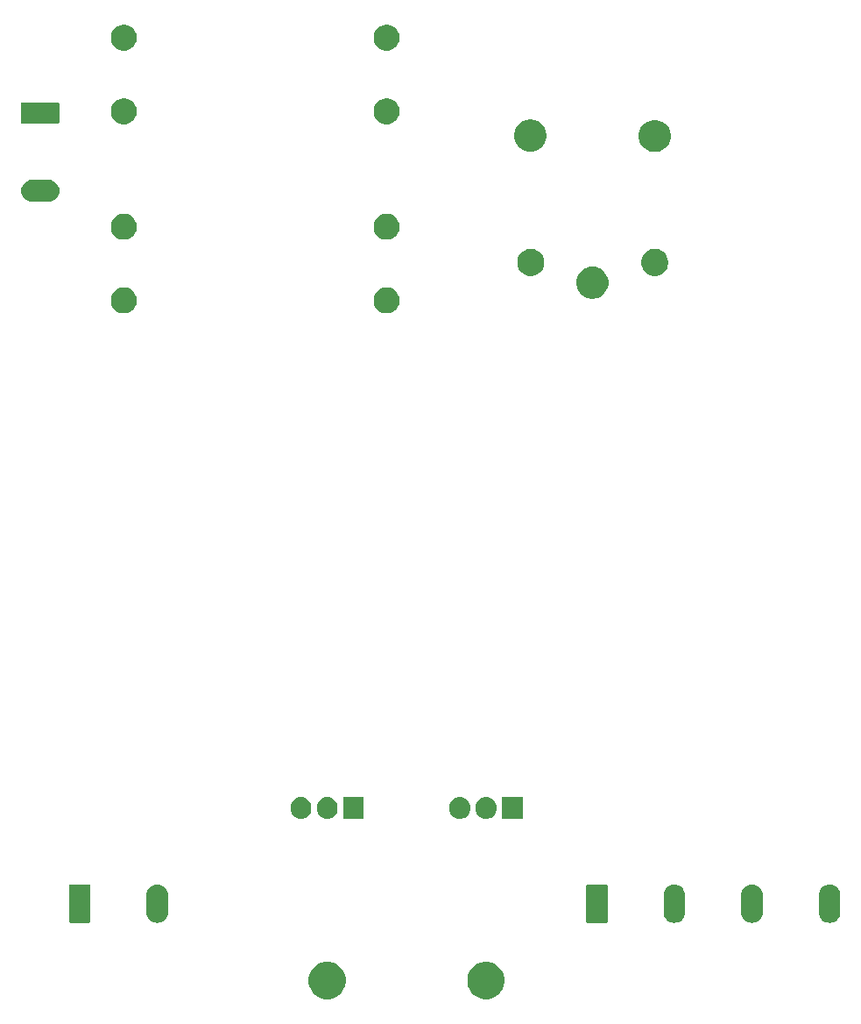
<source format=gbr>
G04 #@! TF.GenerationSoftware,KiCad,Pcbnew,(5.1.5)-3*
G04 #@! TF.CreationDate,2020-08-04T21:29:25-03:00*
G04 #@! TF.ProjectId,TSAL,5453414c-2e6b-4696-9361-645f70636258,rev?*
G04 #@! TF.SameCoordinates,Original*
G04 #@! TF.FileFunction,Soldermask,Bot*
G04 #@! TF.FilePolarity,Negative*
%FSLAX46Y46*%
G04 Gerber Fmt 4.6, Leading zero omitted, Abs format (unit mm)*
G04 Created by KiCad (PCBNEW (5.1.5)-3) date 2020-08-04 21:29:25*
%MOMM*%
%LPD*%
G04 APERTURE LIST*
%ADD10C,0.100000*%
G04 APERTURE END LIST*
D10*
G36*
X182808431Y-145890611D02*
G01*
X183136192Y-146026374D01*
X183431170Y-146223472D01*
X183682028Y-146474330D01*
X183879126Y-146769308D01*
X184014889Y-147097069D01*
X184084100Y-147445016D01*
X184084100Y-147799784D01*
X184014889Y-148147731D01*
X183879126Y-148475492D01*
X183682028Y-148770470D01*
X183431170Y-149021328D01*
X183136192Y-149218426D01*
X182808431Y-149354189D01*
X182460484Y-149423400D01*
X182105716Y-149423400D01*
X181757769Y-149354189D01*
X181430008Y-149218426D01*
X181135030Y-149021328D01*
X180884172Y-148770470D01*
X180687074Y-148475492D01*
X180551311Y-148147731D01*
X180482100Y-147799784D01*
X180482100Y-147445016D01*
X180551311Y-147097069D01*
X180687074Y-146769308D01*
X180884172Y-146474330D01*
X181135030Y-146223472D01*
X181430008Y-146026374D01*
X181757769Y-145890611D01*
X182105716Y-145821400D01*
X182460484Y-145821400D01*
X182808431Y-145890611D01*
G37*
G36*
X167454131Y-145890611D02*
G01*
X167781892Y-146026374D01*
X168076870Y-146223472D01*
X168327728Y-146474330D01*
X168524826Y-146769308D01*
X168660589Y-147097069D01*
X168729800Y-147445016D01*
X168729800Y-147799784D01*
X168660589Y-148147731D01*
X168524826Y-148475492D01*
X168327728Y-148770470D01*
X168076870Y-149021328D01*
X167781892Y-149218426D01*
X167454131Y-149354189D01*
X167106184Y-149423400D01*
X166751416Y-149423400D01*
X166403469Y-149354189D01*
X166075708Y-149218426D01*
X165780730Y-149021328D01*
X165529872Y-148770470D01*
X165332774Y-148475492D01*
X165197011Y-148147731D01*
X165127800Y-147799784D01*
X165127800Y-147445016D01*
X165197011Y-147097069D01*
X165332774Y-146769308D01*
X165529872Y-146474330D01*
X165780730Y-146223472D01*
X166075708Y-146026374D01*
X166403469Y-145890611D01*
X166751416Y-145821400D01*
X167106184Y-145821400D01*
X167454131Y-145890611D01*
G37*
G36*
X150708031Y-138372207D02*
G01*
X150906145Y-138432305D01*
X150906148Y-138432306D01*
X150960872Y-138461557D01*
X151088729Y-138529897D01*
X151248765Y-138661235D01*
X151380103Y-138821271D01*
X151380104Y-138821273D01*
X151477694Y-139003851D01*
X151477694Y-139003852D01*
X151477695Y-139003854D01*
X151537793Y-139201968D01*
X151553000Y-139356370D01*
X151553000Y-141059630D01*
X151537793Y-141214032D01*
X151477695Y-141412146D01*
X151477694Y-141412149D01*
X151425939Y-141508975D01*
X151380103Y-141594729D01*
X151248765Y-141754765D01*
X151088729Y-141886103D01*
X151019976Y-141922852D01*
X150906149Y-141983694D01*
X150906146Y-141983695D01*
X150708032Y-142043793D01*
X150502000Y-142064085D01*
X150295969Y-142043793D01*
X150097855Y-141983695D01*
X150097852Y-141983694D01*
X149984025Y-141922852D01*
X149915272Y-141886103D01*
X149755236Y-141754765D01*
X149623898Y-141594729D01*
X149589904Y-141531130D01*
X149526305Y-141412146D01*
X149466207Y-141214033D01*
X149451000Y-141059631D01*
X149451000Y-139356370D01*
X149466207Y-139201971D01*
X149466207Y-139201969D01*
X149526305Y-139003855D01*
X149526306Y-139003852D01*
X149561521Y-138937970D01*
X149623897Y-138821271D01*
X149755235Y-138661235D01*
X149915271Y-138529897D01*
X150043127Y-138461557D01*
X150097851Y-138432306D01*
X150097854Y-138432305D01*
X150295968Y-138372207D01*
X150502000Y-138351915D01*
X150708031Y-138372207D01*
G37*
G36*
X200695231Y-138372207D02*
G01*
X200893345Y-138432305D01*
X200893348Y-138432306D01*
X200948072Y-138461557D01*
X201075929Y-138529897D01*
X201235965Y-138661235D01*
X201367303Y-138821271D01*
X201367304Y-138821273D01*
X201464894Y-139003851D01*
X201464894Y-139003852D01*
X201464895Y-139003854D01*
X201524993Y-139201968D01*
X201540200Y-139356370D01*
X201540200Y-141059630D01*
X201524993Y-141214032D01*
X201464895Y-141412146D01*
X201464894Y-141412149D01*
X201413139Y-141508975D01*
X201367303Y-141594729D01*
X201235965Y-141754765D01*
X201075929Y-141886103D01*
X201007176Y-141922852D01*
X200893349Y-141983694D01*
X200893346Y-141983695D01*
X200695232Y-142043793D01*
X200489200Y-142064085D01*
X200283169Y-142043793D01*
X200085055Y-141983695D01*
X200085052Y-141983694D01*
X199971225Y-141922852D01*
X199902472Y-141886103D01*
X199742436Y-141754765D01*
X199611098Y-141594729D01*
X199577104Y-141531130D01*
X199513505Y-141412146D01*
X199453407Y-141214033D01*
X199438200Y-141059631D01*
X199438200Y-139356370D01*
X199453407Y-139201971D01*
X199453407Y-139201969D01*
X199513505Y-139003855D01*
X199513506Y-139003852D01*
X199548721Y-138937970D01*
X199611097Y-138821271D01*
X199742435Y-138661235D01*
X199902471Y-138529897D01*
X200030327Y-138461557D01*
X200085051Y-138432306D01*
X200085054Y-138432305D01*
X200283168Y-138372207D01*
X200489200Y-138351915D01*
X200695231Y-138372207D01*
G37*
G36*
X208195231Y-138372207D02*
G01*
X208393345Y-138432305D01*
X208393348Y-138432306D01*
X208448072Y-138461557D01*
X208575929Y-138529897D01*
X208735965Y-138661235D01*
X208867303Y-138821271D01*
X208867304Y-138821273D01*
X208964894Y-139003851D01*
X208964894Y-139003852D01*
X208964895Y-139003854D01*
X209024993Y-139201968D01*
X209040200Y-139356370D01*
X209040200Y-141059630D01*
X209024993Y-141214032D01*
X208964895Y-141412146D01*
X208964894Y-141412149D01*
X208913139Y-141508975D01*
X208867303Y-141594729D01*
X208735965Y-141754765D01*
X208575929Y-141886103D01*
X208507176Y-141922852D01*
X208393349Y-141983694D01*
X208393346Y-141983695D01*
X208195232Y-142043793D01*
X207989200Y-142064085D01*
X207783169Y-142043793D01*
X207585055Y-141983695D01*
X207585052Y-141983694D01*
X207471225Y-141922852D01*
X207402472Y-141886103D01*
X207242436Y-141754765D01*
X207111098Y-141594729D01*
X207077104Y-141531130D01*
X207013505Y-141412146D01*
X206953407Y-141214033D01*
X206938200Y-141059631D01*
X206938200Y-139356370D01*
X206953407Y-139201971D01*
X206953407Y-139201969D01*
X207013505Y-139003855D01*
X207013506Y-139003852D01*
X207048721Y-138937970D01*
X207111097Y-138821271D01*
X207242435Y-138661235D01*
X207402471Y-138529897D01*
X207530327Y-138461557D01*
X207585051Y-138432306D01*
X207585054Y-138432305D01*
X207783168Y-138372207D01*
X207989200Y-138351915D01*
X208195231Y-138372207D01*
G37*
G36*
X215695231Y-138372207D02*
G01*
X215893345Y-138432305D01*
X215893348Y-138432306D01*
X215948072Y-138461557D01*
X216075929Y-138529897D01*
X216235965Y-138661235D01*
X216367303Y-138821271D01*
X216367304Y-138821273D01*
X216464894Y-139003851D01*
X216464894Y-139003852D01*
X216464895Y-139003854D01*
X216524993Y-139201968D01*
X216540200Y-139356370D01*
X216540200Y-141059630D01*
X216524993Y-141214032D01*
X216464895Y-141412146D01*
X216464894Y-141412149D01*
X216413139Y-141508975D01*
X216367303Y-141594729D01*
X216235965Y-141754765D01*
X216075929Y-141886103D01*
X216007176Y-141922852D01*
X215893349Y-141983694D01*
X215893346Y-141983695D01*
X215695232Y-142043793D01*
X215489200Y-142064085D01*
X215283169Y-142043793D01*
X215085055Y-141983695D01*
X215085052Y-141983694D01*
X214971225Y-141922852D01*
X214902472Y-141886103D01*
X214742436Y-141754765D01*
X214611098Y-141594729D01*
X214577104Y-141531130D01*
X214513505Y-141412146D01*
X214453407Y-141214033D01*
X214438200Y-141059631D01*
X214438200Y-139356370D01*
X214453407Y-139201971D01*
X214453407Y-139201969D01*
X214513505Y-139003855D01*
X214513506Y-139003852D01*
X214548721Y-138937970D01*
X214611097Y-138821271D01*
X214742435Y-138661235D01*
X214902471Y-138529897D01*
X215030327Y-138461557D01*
X215085051Y-138432306D01*
X215085054Y-138432305D01*
X215283168Y-138372207D01*
X215489200Y-138351915D01*
X215695231Y-138372207D01*
G37*
G36*
X193904052Y-138360840D02*
G01*
X193935643Y-138370423D01*
X193964757Y-138385985D01*
X193990274Y-138406926D01*
X194011215Y-138432443D01*
X194026777Y-138461557D01*
X194036360Y-138493148D01*
X194040200Y-138532140D01*
X194040200Y-141883860D01*
X194036360Y-141922852D01*
X194026777Y-141954443D01*
X194011215Y-141983557D01*
X193990274Y-142009074D01*
X193964757Y-142030015D01*
X193935643Y-142045577D01*
X193904052Y-142055160D01*
X193865060Y-142059000D01*
X192113340Y-142059000D01*
X192074348Y-142055160D01*
X192042757Y-142045577D01*
X192013643Y-142030015D01*
X191988126Y-142009074D01*
X191967185Y-141983557D01*
X191951623Y-141954443D01*
X191942040Y-141922852D01*
X191938200Y-141883860D01*
X191938200Y-138532140D01*
X191942040Y-138493148D01*
X191951623Y-138461557D01*
X191967185Y-138432443D01*
X191988126Y-138406926D01*
X192013643Y-138385985D01*
X192042757Y-138370423D01*
X192074348Y-138360840D01*
X192113340Y-138357000D01*
X193865060Y-138357000D01*
X193904052Y-138360840D01*
G37*
G36*
X143916852Y-138360840D02*
G01*
X143948443Y-138370423D01*
X143977557Y-138385985D01*
X144003074Y-138406926D01*
X144024015Y-138432443D01*
X144039577Y-138461557D01*
X144049160Y-138493148D01*
X144053000Y-138532140D01*
X144053000Y-141883860D01*
X144049160Y-141922852D01*
X144039577Y-141954443D01*
X144024015Y-141983557D01*
X144003074Y-142009074D01*
X143977557Y-142030015D01*
X143948443Y-142045577D01*
X143916852Y-142055160D01*
X143877860Y-142059000D01*
X142126140Y-142059000D01*
X142087148Y-142055160D01*
X142055557Y-142045577D01*
X142026443Y-142030015D01*
X142000926Y-142009074D01*
X141979985Y-141983557D01*
X141964423Y-141954443D01*
X141954840Y-141922852D01*
X141951000Y-141883860D01*
X141951000Y-138532140D01*
X141954840Y-138493148D01*
X141964423Y-138461557D01*
X141979985Y-138432443D01*
X142000926Y-138406926D01*
X142026443Y-138385985D01*
X142055557Y-138370423D01*
X142087148Y-138360840D01*
X142126140Y-138357000D01*
X143877860Y-138357000D01*
X143916852Y-138360840D01*
G37*
G36*
X179939820Y-129925920D02*
G01*
X180128981Y-129983301D01*
X180303312Y-130076483D01*
X180456115Y-130201885D01*
X180581517Y-130354688D01*
X180625282Y-130436567D01*
X180674698Y-130529017D01*
X180674699Y-130529020D01*
X180732080Y-130718181D01*
X180746600Y-130865607D01*
X180746600Y-131059194D01*
X180732080Y-131206620D01*
X180674699Y-131395781D01*
X180581517Y-131570112D01*
X180456115Y-131722915D01*
X180303312Y-131848317D01*
X180221433Y-131892082D01*
X180128983Y-131941498D01*
X180128980Y-131941499D01*
X179939819Y-131998880D01*
X179743100Y-132018255D01*
X179546380Y-131998880D01*
X179357219Y-131941499D01*
X179182888Y-131848317D01*
X179030085Y-131722915D01*
X178904683Y-131570112D01*
X178860918Y-131488233D01*
X178811502Y-131395783D01*
X178811501Y-131395780D01*
X178754120Y-131206619D01*
X178739600Y-131059193D01*
X178739600Y-130865606D01*
X178754120Y-130718180D01*
X178811501Y-130529019D01*
X178904683Y-130354688D01*
X179030085Y-130201885D01*
X179182888Y-130076483D01*
X179357220Y-129983301D01*
X179546381Y-129925920D01*
X179743100Y-129906545D01*
X179939820Y-129925920D01*
G37*
G36*
X164585520Y-129925920D02*
G01*
X164774681Y-129983301D01*
X164949012Y-130076483D01*
X165101815Y-130201885D01*
X165227217Y-130354688D01*
X165270982Y-130436567D01*
X165320398Y-130529017D01*
X165320399Y-130529020D01*
X165377780Y-130718181D01*
X165392300Y-130865607D01*
X165392300Y-131059194D01*
X165377780Y-131206620D01*
X165320399Y-131395781D01*
X165227217Y-131570112D01*
X165101815Y-131722915D01*
X164949012Y-131848317D01*
X164867133Y-131892082D01*
X164774683Y-131941498D01*
X164774680Y-131941499D01*
X164585519Y-131998880D01*
X164388800Y-132018255D01*
X164192080Y-131998880D01*
X164002919Y-131941499D01*
X163828588Y-131848317D01*
X163675785Y-131722915D01*
X163550383Y-131570112D01*
X163506618Y-131488233D01*
X163457202Y-131395783D01*
X163457201Y-131395780D01*
X163399820Y-131206619D01*
X163385300Y-131059193D01*
X163385300Y-130865606D01*
X163399820Y-130718180D01*
X163457201Y-130529019D01*
X163550383Y-130354688D01*
X163675785Y-130201885D01*
X163828588Y-130076483D01*
X164002920Y-129983301D01*
X164192081Y-129925920D01*
X164388800Y-129906545D01*
X164585520Y-129925920D01*
G37*
G36*
X167125520Y-129925920D02*
G01*
X167314681Y-129983301D01*
X167489012Y-130076483D01*
X167641815Y-130201885D01*
X167767217Y-130354688D01*
X167810982Y-130436567D01*
X167860398Y-130529017D01*
X167860399Y-130529020D01*
X167917780Y-130718181D01*
X167932300Y-130865607D01*
X167932300Y-131059194D01*
X167917780Y-131206620D01*
X167860399Y-131395781D01*
X167767217Y-131570112D01*
X167641815Y-131722915D01*
X167489012Y-131848317D01*
X167407133Y-131892082D01*
X167314683Y-131941498D01*
X167314680Y-131941499D01*
X167125519Y-131998880D01*
X166928800Y-132018255D01*
X166732080Y-131998880D01*
X166542919Y-131941499D01*
X166368588Y-131848317D01*
X166215785Y-131722915D01*
X166090383Y-131570112D01*
X166046618Y-131488233D01*
X165997202Y-131395783D01*
X165997201Y-131395780D01*
X165939820Y-131206619D01*
X165925300Y-131059193D01*
X165925300Y-130865606D01*
X165939820Y-130718180D01*
X165997201Y-130529019D01*
X166090383Y-130354688D01*
X166215785Y-130201885D01*
X166368588Y-130076483D01*
X166542920Y-129983301D01*
X166732081Y-129925920D01*
X166928800Y-129906545D01*
X167125520Y-129925920D01*
G37*
G36*
X182479820Y-129925920D02*
G01*
X182668981Y-129983301D01*
X182843312Y-130076483D01*
X182996115Y-130201885D01*
X183121517Y-130354688D01*
X183165282Y-130436567D01*
X183214698Y-130529017D01*
X183214699Y-130529020D01*
X183272080Y-130718181D01*
X183286600Y-130865607D01*
X183286600Y-131059194D01*
X183272080Y-131206620D01*
X183214699Y-131395781D01*
X183121517Y-131570112D01*
X182996115Y-131722915D01*
X182843312Y-131848317D01*
X182761433Y-131892082D01*
X182668983Y-131941498D01*
X182668980Y-131941499D01*
X182479819Y-131998880D01*
X182283100Y-132018255D01*
X182086380Y-131998880D01*
X181897219Y-131941499D01*
X181722888Y-131848317D01*
X181570085Y-131722915D01*
X181444683Y-131570112D01*
X181400918Y-131488233D01*
X181351502Y-131395783D01*
X181351501Y-131395780D01*
X181294120Y-131206619D01*
X181279600Y-131059193D01*
X181279600Y-130865606D01*
X181294120Y-130718180D01*
X181351501Y-130529019D01*
X181444683Y-130354688D01*
X181570085Y-130201885D01*
X181722888Y-130076483D01*
X181897220Y-129983301D01*
X182086381Y-129925920D01*
X182283100Y-129906545D01*
X182479820Y-129925920D01*
G37*
G36*
X185826600Y-132013400D02*
G01*
X183819600Y-132013400D01*
X183819600Y-129911400D01*
X185826600Y-129911400D01*
X185826600Y-132013400D01*
G37*
G36*
X170472300Y-132013400D02*
G01*
X168465300Y-132013400D01*
X168465300Y-129911400D01*
X170472300Y-129911400D01*
X170472300Y-132013400D01*
G37*
G36*
X147634103Y-80737475D02*
G01*
X147861771Y-80831778D01*
X148066666Y-80968685D01*
X148240915Y-81142934D01*
X148288804Y-81214605D01*
X148377823Y-81347831D01*
X148472125Y-81575497D01*
X148512187Y-81776900D01*
X148520200Y-81817187D01*
X148520200Y-82063613D01*
X148472125Y-82305303D01*
X148377822Y-82532971D01*
X148240915Y-82737866D01*
X148066666Y-82912115D01*
X147861771Y-83049022D01*
X147861770Y-83049023D01*
X147861769Y-83049023D01*
X147634103Y-83143325D01*
X147392414Y-83191400D01*
X147145986Y-83191400D01*
X146904297Y-83143325D01*
X146676631Y-83049023D01*
X146676630Y-83049023D01*
X146676629Y-83049022D01*
X146471734Y-82912115D01*
X146297485Y-82737866D01*
X146160578Y-82532971D01*
X146066275Y-82305303D01*
X146018200Y-82063613D01*
X146018200Y-81817187D01*
X146026214Y-81776900D01*
X146066275Y-81575497D01*
X146160577Y-81347831D01*
X146249596Y-81214605D01*
X146297485Y-81142934D01*
X146471734Y-80968685D01*
X146676629Y-80831778D01*
X146904297Y-80737475D01*
X147145986Y-80689400D01*
X147392414Y-80689400D01*
X147634103Y-80737475D01*
G37*
G36*
X173034103Y-80737475D02*
G01*
X173261771Y-80831778D01*
X173466666Y-80968685D01*
X173640915Y-81142934D01*
X173688804Y-81214605D01*
X173777823Y-81347831D01*
X173872125Y-81575497D01*
X173912187Y-81776900D01*
X173920200Y-81817187D01*
X173920200Y-82063613D01*
X173872125Y-82305303D01*
X173777822Y-82532971D01*
X173640915Y-82737866D01*
X173466666Y-82912115D01*
X173261771Y-83049022D01*
X173261770Y-83049023D01*
X173261769Y-83049023D01*
X173034103Y-83143325D01*
X172792414Y-83191400D01*
X172545986Y-83191400D01*
X172304297Y-83143325D01*
X172076631Y-83049023D01*
X172076630Y-83049023D01*
X172076629Y-83049022D01*
X171871734Y-82912115D01*
X171697485Y-82737866D01*
X171560578Y-82532971D01*
X171466275Y-82305303D01*
X171418200Y-82063613D01*
X171418200Y-81817187D01*
X171426214Y-81776900D01*
X171466275Y-81575497D01*
X171560577Y-81347831D01*
X171649596Y-81214605D01*
X171697485Y-81142934D01*
X171871734Y-80968685D01*
X172076629Y-80831778D01*
X172304297Y-80737475D01*
X172545986Y-80689400D01*
X172792414Y-80689400D01*
X173034103Y-80737475D01*
G37*
G36*
X192859985Y-78704702D02*
G01*
X193009810Y-78734504D01*
X193292074Y-78851421D01*
X193546105Y-79021159D01*
X193762141Y-79237195D01*
X193931879Y-79491226D01*
X194048796Y-79773490D01*
X194108400Y-80073140D01*
X194108400Y-80378660D01*
X194048796Y-80678310D01*
X193931879Y-80960574D01*
X193762141Y-81214605D01*
X193546105Y-81430641D01*
X193292074Y-81600379D01*
X193009810Y-81717296D01*
X192859985Y-81747098D01*
X192710161Y-81776900D01*
X192404639Y-81776900D01*
X192254815Y-81747098D01*
X192104990Y-81717296D01*
X191822726Y-81600379D01*
X191568695Y-81430641D01*
X191352659Y-81214605D01*
X191182921Y-80960574D01*
X191066004Y-80678310D01*
X191006400Y-80378660D01*
X191006400Y-80073140D01*
X191066004Y-79773490D01*
X191182921Y-79491226D01*
X191352659Y-79237195D01*
X191568695Y-79021159D01*
X191822726Y-78851421D01*
X192104990Y-78734504D01*
X192254815Y-78704702D01*
X192404639Y-78674900D01*
X192710161Y-78674900D01*
X192859985Y-78704702D01*
G37*
G36*
X198986887Y-77024896D02*
G01*
X199223653Y-77122968D01*
X199223655Y-77122969D01*
X199436739Y-77265347D01*
X199617953Y-77446561D01*
X199760332Y-77659647D01*
X199858404Y-77896413D01*
X199908400Y-78147761D01*
X199908400Y-78404039D01*
X199858404Y-78655387D01*
X199777204Y-78851421D01*
X199760331Y-78892155D01*
X199617953Y-79105239D01*
X199436739Y-79286453D01*
X199223655Y-79428831D01*
X199223654Y-79428832D01*
X199223653Y-79428832D01*
X198986887Y-79526904D01*
X198735539Y-79576900D01*
X198479261Y-79576900D01*
X198227913Y-79526904D01*
X197991147Y-79428832D01*
X197991146Y-79428832D01*
X197991145Y-79428831D01*
X197778061Y-79286453D01*
X197596847Y-79105239D01*
X197454469Y-78892155D01*
X197437596Y-78851421D01*
X197356396Y-78655387D01*
X197306400Y-78404039D01*
X197306400Y-78147761D01*
X197356396Y-77896413D01*
X197454468Y-77659647D01*
X197596847Y-77446561D01*
X197778061Y-77265347D01*
X197991145Y-77122969D01*
X197991147Y-77122968D01*
X198227913Y-77024896D01*
X198479261Y-76974900D01*
X198735539Y-76974900D01*
X198986887Y-77024896D01*
G37*
G36*
X186986887Y-77024896D02*
G01*
X187223653Y-77122968D01*
X187223655Y-77122969D01*
X187436739Y-77265347D01*
X187617953Y-77446561D01*
X187760332Y-77659647D01*
X187858404Y-77896413D01*
X187908400Y-78147761D01*
X187908400Y-78404039D01*
X187858404Y-78655387D01*
X187777204Y-78851421D01*
X187760331Y-78892155D01*
X187617953Y-79105239D01*
X187436739Y-79286453D01*
X187223655Y-79428831D01*
X187223654Y-79428832D01*
X187223653Y-79428832D01*
X186986887Y-79526904D01*
X186735539Y-79576900D01*
X186479261Y-79576900D01*
X186227913Y-79526904D01*
X185991147Y-79428832D01*
X185991146Y-79428832D01*
X185991145Y-79428831D01*
X185778061Y-79286453D01*
X185596847Y-79105239D01*
X185454469Y-78892155D01*
X185437596Y-78851421D01*
X185356396Y-78655387D01*
X185306400Y-78404039D01*
X185306400Y-78147761D01*
X185356396Y-77896413D01*
X185454468Y-77659647D01*
X185596847Y-77446561D01*
X185778061Y-77265347D01*
X185991145Y-77122969D01*
X185991147Y-77122968D01*
X186227913Y-77024896D01*
X186479261Y-76974900D01*
X186735539Y-76974900D01*
X186986887Y-77024896D01*
G37*
G36*
X147634103Y-73625475D02*
G01*
X147861771Y-73719778D01*
X148066666Y-73856685D01*
X148240915Y-74030934D01*
X148377822Y-74235829D01*
X148472125Y-74463497D01*
X148520200Y-74705187D01*
X148520200Y-74951613D01*
X148472125Y-75193303D01*
X148377822Y-75420971D01*
X148240915Y-75625866D01*
X148066666Y-75800115D01*
X147861771Y-75937022D01*
X147861770Y-75937023D01*
X147861769Y-75937023D01*
X147634103Y-76031325D01*
X147392414Y-76079400D01*
X147145986Y-76079400D01*
X146904297Y-76031325D01*
X146676631Y-75937023D01*
X146676630Y-75937023D01*
X146676629Y-75937022D01*
X146471734Y-75800115D01*
X146297485Y-75625866D01*
X146160578Y-75420971D01*
X146066275Y-75193303D01*
X146018200Y-74951613D01*
X146018200Y-74705187D01*
X146066275Y-74463497D01*
X146160578Y-74235829D01*
X146297485Y-74030934D01*
X146471734Y-73856685D01*
X146676629Y-73719778D01*
X146904297Y-73625475D01*
X147145986Y-73577400D01*
X147392414Y-73577400D01*
X147634103Y-73625475D01*
G37*
G36*
X173034103Y-73625475D02*
G01*
X173261771Y-73719778D01*
X173466666Y-73856685D01*
X173640915Y-74030934D01*
X173777822Y-74235829D01*
X173872125Y-74463497D01*
X173920200Y-74705187D01*
X173920200Y-74951613D01*
X173872125Y-75193303D01*
X173777822Y-75420971D01*
X173640915Y-75625866D01*
X173466666Y-75800115D01*
X173261771Y-75937022D01*
X173261770Y-75937023D01*
X173261769Y-75937023D01*
X173034103Y-76031325D01*
X172792414Y-76079400D01*
X172545986Y-76079400D01*
X172304297Y-76031325D01*
X172076631Y-75937023D01*
X172076630Y-75937023D01*
X172076629Y-75937022D01*
X171871734Y-75800115D01*
X171697485Y-75625866D01*
X171560578Y-75420971D01*
X171466275Y-75193303D01*
X171418200Y-74951613D01*
X171418200Y-74705187D01*
X171466275Y-74463497D01*
X171560578Y-74235829D01*
X171697485Y-74030934D01*
X171871734Y-73856685D01*
X172076629Y-73719778D01*
X172304297Y-73625475D01*
X172545986Y-73577400D01*
X172792414Y-73577400D01*
X173034103Y-73625475D01*
G37*
G36*
X140095097Y-70309669D02*
G01*
X140198032Y-70319807D01*
X140396146Y-70379905D01*
X140396149Y-70379906D01*
X140492975Y-70431661D01*
X140578729Y-70477497D01*
X140738765Y-70608835D01*
X140870103Y-70768871D01*
X140915939Y-70854625D01*
X140967694Y-70951451D01*
X140967695Y-70951454D01*
X141027793Y-71149568D01*
X141048085Y-71355600D01*
X141027793Y-71561632D01*
X140967695Y-71759746D01*
X140967694Y-71759749D01*
X140915939Y-71856575D01*
X140870103Y-71942329D01*
X140738765Y-72102365D01*
X140578729Y-72233703D01*
X140492975Y-72279539D01*
X140396149Y-72331294D01*
X140396146Y-72331295D01*
X140198032Y-72391393D01*
X140095097Y-72401531D01*
X140043631Y-72406600D01*
X138340369Y-72406600D01*
X138288903Y-72401531D01*
X138185968Y-72391393D01*
X137987854Y-72331295D01*
X137987851Y-72331294D01*
X137891025Y-72279539D01*
X137805271Y-72233703D01*
X137645235Y-72102365D01*
X137513897Y-71942329D01*
X137468061Y-71856575D01*
X137416306Y-71759749D01*
X137416305Y-71759746D01*
X137356207Y-71561632D01*
X137335915Y-71355600D01*
X137356207Y-71149568D01*
X137416305Y-70951454D01*
X137416306Y-70951451D01*
X137468061Y-70854625D01*
X137513897Y-70768871D01*
X137645235Y-70608835D01*
X137805271Y-70477497D01*
X137891025Y-70431661D01*
X137987851Y-70379906D01*
X137987854Y-70379905D01*
X138185968Y-70319807D01*
X138288903Y-70309669D01*
X138340369Y-70304600D01*
X140043631Y-70304600D01*
X140095097Y-70309669D01*
G37*
G36*
X198808443Y-64534504D02*
G01*
X199059810Y-64584504D01*
X199342074Y-64701421D01*
X199596105Y-64871159D01*
X199812141Y-65087195D01*
X199981879Y-65341226D01*
X200098796Y-65623490D01*
X200098796Y-65623491D01*
X200148455Y-65873140D01*
X200158400Y-65923140D01*
X200158400Y-66228660D01*
X200098796Y-66528310D01*
X199981879Y-66810574D01*
X199812141Y-67064605D01*
X199596105Y-67280641D01*
X199342074Y-67450379D01*
X199059810Y-67567296D01*
X199011527Y-67576900D01*
X198760161Y-67626900D01*
X198454639Y-67626900D01*
X198203273Y-67576900D01*
X198154990Y-67567296D01*
X197872726Y-67450379D01*
X197618695Y-67280641D01*
X197402659Y-67064605D01*
X197232921Y-66810574D01*
X197116004Y-66528310D01*
X197056400Y-66228660D01*
X197056400Y-65923140D01*
X197066346Y-65873140D01*
X197116004Y-65623491D01*
X197116004Y-65623490D01*
X197232921Y-65341226D01*
X197402659Y-65087195D01*
X197618695Y-64871159D01*
X197872726Y-64701421D01*
X198154990Y-64584504D01*
X198406357Y-64534504D01*
X198454639Y-64524900D01*
X198760161Y-64524900D01*
X198808443Y-64534504D01*
G37*
G36*
X186859985Y-64504702D02*
G01*
X187009810Y-64534504D01*
X187292074Y-64651421D01*
X187546105Y-64821159D01*
X187762141Y-65037195D01*
X187931879Y-65291226D01*
X188048796Y-65573490D01*
X188058742Y-65623491D01*
X188108400Y-65873139D01*
X188108400Y-66178661D01*
X188098454Y-66228661D01*
X188048796Y-66478310D01*
X187931879Y-66760574D01*
X187762141Y-67014605D01*
X187546105Y-67230641D01*
X187292074Y-67400379D01*
X187009810Y-67517296D01*
X186859985Y-67547098D01*
X186710161Y-67576900D01*
X186404639Y-67576900D01*
X186254815Y-67547098D01*
X186104990Y-67517296D01*
X185822726Y-67400379D01*
X185568695Y-67230641D01*
X185352659Y-67014605D01*
X185182921Y-66760574D01*
X185066004Y-66478310D01*
X185016346Y-66228661D01*
X185006400Y-66178661D01*
X185006400Y-65873139D01*
X185056058Y-65623491D01*
X185066004Y-65573490D01*
X185182921Y-65291226D01*
X185352659Y-65037195D01*
X185568695Y-64821159D01*
X185822726Y-64651421D01*
X186104990Y-64534504D01*
X186254815Y-64504702D01*
X186404639Y-64474900D01*
X186710161Y-64474900D01*
X186859985Y-64504702D01*
G37*
G36*
X173034103Y-62474875D02*
G01*
X173261771Y-62569178D01*
X173466666Y-62706085D01*
X173640915Y-62880334D01*
X173777822Y-63085229D01*
X173872125Y-63312897D01*
X173920200Y-63554587D01*
X173920200Y-63801013D01*
X173872125Y-64042703D01*
X173777822Y-64270371D01*
X173640915Y-64475266D01*
X173466666Y-64649515D01*
X173261771Y-64786422D01*
X173261770Y-64786423D01*
X173261769Y-64786423D01*
X173034103Y-64880725D01*
X172792414Y-64928800D01*
X172545986Y-64928800D01*
X172304297Y-64880725D01*
X172076631Y-64786423D01*
X172076630Y-64786423D01*
X172076629Y-64786422D01*
X171871734Y-64649515D01*
X171697485Y-64475266D01*
X171560578Y-64270371D01*
X171466275Y-64042703D01*
X171418200Y-63801013D01*
X171418200Y-63554587D01*
X171466275Y-63312897D01*
X171560578Y-63085229D01*
X171697485Y-62880334D01*
X171871734Y-62706085D01*
X172076629Y-62569178D01*
X172304297Y-62474875D01*
X172545986Y-62426800D01*
X172792414Y-62426800D01*
X173034103Y-62474875D01*
G37*
G36*
X147634103Y-62474875D02*
G01*
X147861771Y-62569178D01*
X148066666Y-62706085D01*
X148240915Y-62880334D01*
X148377822Y-63085229D01*
X148472125Y-63312897D01*
X148520200Y-63554587D01*
X148520200Y-63801013D01*
X148472125Y-64042703D01*
X148377822Y-64270371D01*
X148240915Y-64475266D01*
X148066666Y-64649515D01*
X147861771Y-64786422D01*
X147861770Y-64786423D01*
X147861769Y-64786423D01*
X147634103Y-64880725D01*
X147392414Y-64928800D01*
X147145986Y-64928800D01*
X146904297Y-64880725D01*
X146676631Y-64786423D01*
X146676630Y-64786423D01*
X146676629Y-64786422D01*
X146471734Y-64649515D01*
X146297485Y-64475266D01*
X146160578Y-64270371D01*
X146066275Y-64042703D01*
X146018200Y-63801013D01*
X146018200Y-63554587D01*
X146066275Y-63312897D01*
X146160578Y-63085229D01*
X146297485Y-62880334D01*
X146471734Y-62706085D01*
X146676629Y-62569178D01*
X146904297Y-62474875D01*
X147145986Y-62426800D01*
X147392414Y-62426800D01*
X147634103Y-62474875D01*
G37*
G36*
X140906852Y-62808440D02*
G01*
X140938443Y-62818023D01*
X140967557Y-62833585D01*
X140993074Y-62854526D01*
X141014015Y-62880043D01*
X141029577Y-62909157D01*
X141039160Y-62940748D01*
X141043000Y-62979740D01*
X141043000Y-64731460D01*
X141039160Y-64770452D01*
X141029577Y-64802043D01*
X141014015Y-64831157D01*
X140993074Y-64856674D01*
X140967557Y-64877615D01*
X140938443Y-64893177D01*
X140906852Y-64902760D01*
X140867860Y-64906600D01*
X137516140Y-64906600D01*
X137477148Y-64902760D01*
X137445557Y-64893177D01*
X137416443Y-64877615D01*
X137390926Y-64856674D01*
X137369985Y-64831157D01*
X137354423Y-64802043D01*
X137344840Y-64770452D01*
X137341000Y-64731460D01*
X137341000Y-62979740D01*
X137344840Y-62940748D01*
X137354423Y-62909157D01*
X137369985Y-62880043D01*
X137390926Y-62854526D01*
X137416443Y-62833585D01*
X137445557Y-62818023D01*
X137477148Y-62808440D01*
X137516140Y-62804600D01*
X140867860Y-62804600D01*
X140906852Y-62808440D01*
G37*
G36*
X173034103Y-55362875D02*
G01*
X173261771Y-55457178D01*
X173466666Y-55594085D01*
X173640915Y-55768334D01*
X173777822Y-55973229D01*
X173872125Y-56200897D01*
X173920200Y-56442587D01*
X173920200Y-56689013D01*
X173872125Y-56930703D01*
X173777822Y-57158371D01*
X173640915Y-57363266D01*
X173466666Y-57537515D01*
X173261771Y-57674422D01*
X173261770Y-57674423D01*
X173261769Y-57674423D01*
X173034103Y-57768725D01*
X172792414Y-57816800D01*
X172545986Y-57816800D01*
X172304297Y-57768725D01*
X172076631Y-57674423D01*
X172076630Y-57674423D01*
X172076629Y-57674422D01*
X171871734Y-57537515D01*
X171697485Y-57363266D01*
X171560578Y-57158371D01*
X171466275Y-56930703D01*
X171418200Y-56689013D01*
X171418200Y-56442587D01*
X171466275Y-56200897D01*
X171560578Y-55973229D01*
X171697485Y-55768334D01*
X171871734Y-55594085D01*
X172076629Y-55457178D01*
X172304297Y-55362875D01*
X172545986Y-55314800D01*
X172792414Y-55314800D01*
X173034103Y-55362875D01*
G37*
G36*
X147634103Y-55362875D02*
G01*
X147861771Y-55457178D01*
X148066666Y-55594085D01*
X148240915Y-55768334D01*
X148377822Y-55973229D01*
X148472125Y-56200897D01*
X148520200Y-56442587D01*
X148520200Y-56689013D01*
X148472125Y-56930703D01*
X148377822Y-57158371D01*
X148240915Y-57363266D01*
X148066666Y-57537515D01*
X147861771Y-57674422D01*
X147861770Y-57674423D01*
X147861769Y-57674423D01*
X147634103Y-57768725D01*
X147392414Y-57816800D01*
X147145986Y-57816800D01*
X146904297Y-57768725D01*
X146676631Y-57674423D01*
X146676630Y-57674423D01*
X146676629Y-57674422D01*
X146471734Y-57537515D01*
X146297485Y-57363266D01*
X146160578Y-57158371D01*
X146066275Y-56930703D01*
X146018200Y-56689013D01*
X146018200Y-56442587D01*
X146066275Y-56200897D01*
X146160578Y-55973229D01*
X146297485Y-55768334D01*
X146471734Y-55594085D01*
X146676629Y-55457178D01*
X146904297Y-55362875D01*
X147145986Y-55314800D01*
X147392414Y-55314800D01*
X147634103Y-55362875D01*
G37*
M02*

</source>
